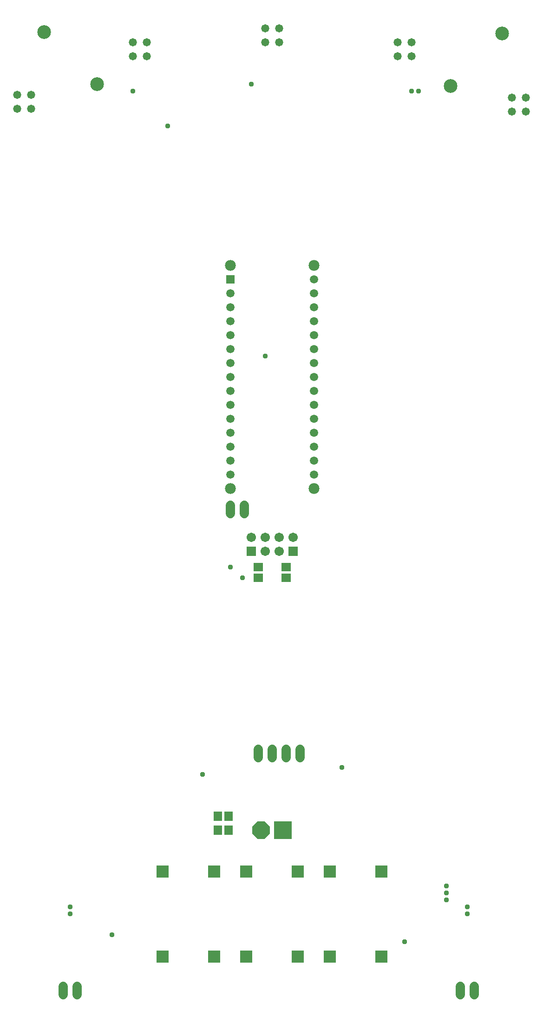
<source format=gbr>
G04 EAGLE Gerber RS-274X export*
G75*
%MOMM*%
%FSLAX34Y34*%
%LPD*%
%INSoldermask Bottom*%
%IPPOS*%
%AMOC8*
5,1,8,0,0,1.08239X$1,22.5*%
G01*
%ADD10C,2.503200*%
%ADD11C,1.981200*%
%ADD12R,1.511200X1.511200*%
%ADD13C,1.511200*%
%ADD14C,1.727200*%
%ADD15R,1.503200X1.703200*%
%ADD16R,1.703200X1.503200*%
%ADD17C,1.473200*%
%ADD18R,2.203200X2.203200*%
%ADD19R,1.711200X1.711200*%
%ADD20C,1.711200*%
%ADD21R,3.203200X3.203200*%
%ADD22P,3.467112X8X202.500000*%
%ADD23C,0.959600*%


D10*
X409200Y1672900D03*
X313400Y1768300D03*
X1148200Y1765400D03*
X1053700Y1669900D03*
D11*
X652300Y1342600D03*
D12*
X652300Y1317200D03*
D13*
X652300Y1291800D03*
X652300Y1266400D03*
X652300Y1241000D03*
X652300Y1215600D03*
X652300Y1190200D03*
X652300Y1164800D03*
X652300Y1139400D03*
X652300Y1114000D03*
X652300Y1088600D03*
X652300Y1063200D03*
X652300Y1037800D03*
X652300Y1012400D03*
X652300Y987000D03*
X652300Y961600D03*
X804700Y961600D03*
X804700Y987000D03*
X804700Y1012400D03*
X804700Y1037800D03*
X804700Y1063200D03*
X804700Y1088600D03*
X804700Y1114000D03*
X804700Y1139400D03*
X804700Y1164800D03*
X804700Y1190200D03*
X804700Y1215600D03*
X804700Y1241000D03*
X804700Y1266400D03*
X804700Y1291800D03*
X804700Y1317200D03*
D11*
X804700Y1342600D03*
X804700Y936200D03*
X652300Y936200D03*
D14*
X652300Y905720D02*
X652300Y890480D01*
X677700Y890480D02*
X677700Y905720D01*
X779300Y461220D02*
X779300Y445980D01*
X753900Y445980D02*
X753900Y461220D01*
X728500Y461220D02*
X728500Y445980D01*
X703100Y445980D02*
X703100Y461220D01*
D15*
X649100Y313900D03*
X630100Y313900D03*
X630100Y339300D03*
X649100Y339300D03*
D16*
X753900Y793300D03*
X753900Y774300D03*
X703100Y793300D03*
X703100Y774300D03*
D17*
X499900Y1723600D03*
X474500Y1723600D03*
X474500Y1749000D03*
X499900Y1749000D03*
X289000Y1628400D03*
X263600Y1628400D03*
X263600Y1653800D03*
X289000Y1653800D03*
D18*
X775490Y84030D03*
X681510Y84030D03*
X681510Y238970D03*
X775490Y238970D03*
X927890Y84030D03*
X833910Y84030D03*
X833910Y238970D03*
X927890Y238970D03*
X623090Y84030D03*
X529110Y84030D03*
X529110Y238970D03*
X623090Y238970D03*
D19*
X766600Y821900D03*
D20*
X741200Y821900D03*
X715800Y821900D03*
X715800Y847300D03*
X741200Y847300D03*
X766600Y847300D03*
X690400Y847300D03*
D19*
X690400Y821900D03*
D17*
X1191400Y1622900D03*
X1166000Y1622900D03*
X1166000Y1648300D03*
X1191400Y1648300D03*
X982500Y1723600D03*
X957100Y1723600D03*
X957100Y1749000D03*
X982500Y1749000D03*
X741200Y1749000D03*
X715800Y1749000D03*
X715800Y1774400D03*
X741200Y1774400D03*
D21*
X748300Y313900D03*
D22*
X708700Y313900D03*
D14*
X372900Y29420D02*
X372900Y14180D01*
X347500Y14180D02*
X347500Y29420D01*
X1096800Y29420D02*
X1096800Y14180D01*
X1071400Y14180D02*
X1071400Y29420D01*
D23*
X715800Y1177500D03*
X360200Y161500D03*
X1084100Y161500D03*
X1046000Y186900D03*
X1046000Y199600D03*
X1046000Y212300D03*
X436400Y123400D03*
X969800Y110700D03*
X995200Y1660100D03*
X982500Y1660100D03*
X690400Y1672800D03*
X474500Y1660100D03*
X538000Y1596600D03*
X652300Y793300D03*
X360200Y174200D03*
X601500Y415500D03*
X1084100Y174200D03*
X855500Y428200D03*
X674500Y774300D03*
M02*

</source>
